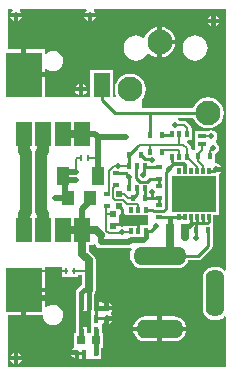
<source format=gtl>
%FSLAX25Y25*%
%MOIN*%
G70*
G01*
G75*
G04 Layer_Physical_Order=1*
G04 Layer_Color=255*
%ADD10R,0.05500X0.08000*%
%ADD11R,0.12000X0.15000*%
%ADD12R,0.01500X0.02000*%
%ADD13R,0.02000X0.01500*%
%ADD14R,0.01575X0.01969*%
%ADD15R,0.02500X0.03000*%
%ADD16R,0.02000X0.02000*%
%ADD17R,0.00984X0.01969*%
%ADD18R,0.04331X0.04724*%
%ADD19R,0.03937X0.06299*%
%ADD20R,0.01575X0.01850*%
%ADD21R,0.06693X0.03740*%
%ADD22R,0.01575X0.01850*%
%ADD23R,0.01181X0.02598*%
%ADD24R,0.01575X0.01929*%
%ADD25R,0.01181X0.01929*%
%ADD26R,0.14961X0.12047*%
%ADD27R,0.02756X0.01575*%
%ADD28C,0.02000*%
%ADD29C,0.02500*%
%ADD30C,0.01000*%
%ADD31C,0.01500*%
%ADD32C,0.00800*%
%ADD33C,0.04000*%
%ADD34C,0.00700*%
%ADD35C,0.00500*%
%ADD36C,0.00600*%
%ADD37C,0.01200*%
%ADD38R,0.01969X0.00787*%
%ADD39R,0.04134X0.05512*%
%ADD40C,0.08268*%
%ADD41O,0.17716X0.06299*%
%ADD42O,0.06299X0.15748*%
%ADD43O,0.15748X0.06299*%
%ADD44C,0.02000*%
%ADD45C,0.05000*%
G36*
X75300Y34899D02*
X74732Y34706D01*
X74664Y34795D01*
X73797Y35460D01*
X72787Y35878D01*
X71704Y36021D01*
X70621Y35878D01*
X69611Y35460D01*
X68744Y34795D01*
X68079Y33928D01*
X67661Y32919D01*
X67519Y31835D01*
Y22387D01*
X67661Y21303D01*
X68079Y20294D01*
X68744Y19427D01*
X69611Y18762D01*
X70621Y18344D01*
X71704Y18201D01*
X72787Y18344D01*
X73797Y18762D01*
X74664Y19427D01*
X74732Y19516D01*
X75300Y19323D01*
Y2600D01*
X2600D01*
Y19800D01*
X7050D01*
Y28300D01*
X7800D01*
Y29050D01*
X14800D01*
Y35800D01*
X20528D01*
Y32616D01*
X26072D01*
Y33173D01*
X27206D01*
Y29866D01*
X27117Y29849D01*
X26538Y29462D01*
X26538Y29462D01*
X25679Y28603D01*
X25293Y28024D01*
X25157Y27341D01*
Y24125D01*
X25153D01*
Y20275D01*
X25440D01*
Y16938D01*
X25153D01*
Y14007D01*
X24750D01*
Y9237D01*
X24158Y8842D01*
X23716Y8180D01*
X23710Y8150D01*
X25600D01*
Y7400D01*
X26350D01*
Y5407D01*
X27250D01*
Y7407D01*
X28750D01*
Y5407D01*
X29750D01*
Y5407D01*
X29750D01*
X29750Y5407D01*
X30250D01*
Y5407D01*
X33750D01*
Y7235D01*
X33784Y7407D01*
Y9008D01*
X34250D01*
Y14007D01*
X33847D01*
Y16863D01*
X34376Y17146D01*
X34720Y16916D01*
X34750Y16910D01*
Y18800D01*
X35500D01*
Y19550D01*
X37390D01*
X37384Y19580D01*
X36942Y20242D01*
Y20758D01*
X37384Y21420D01*
X37390Y21450D01*
X35500D01*
Y22200D01*
X34750D01*
Y24090D01*
X34720Y24084D01*
X34447Y23901D01*
X33871Y24070D01*
X33847Y24125D01*
Y24125D01*
X32809D01*
Y22200D01*
X31309D01*
Y24125D01*
X31284D01*
Y26820D01*
X31620Y27322D01*
X31794Y28200D01*
Y38200D01*
X31620Y39078D01*
X31122Y39822D01*
X29594Y41350D01*
Y43200D01*
X31050D01*
Y43333D01*
X31624Y43508D01*
X32058Y42858D01*
X32720Y42416D01*
X33500Y42261D01*
X43050D01*
X43594Y42369D01*
X43911Y41859D01*
X43867Y41802D01*
X43448Y40793D01*
X43306Y39709D01*
X43448Y38626D01*
X43867Y37617D01*
X44532Y36750D01*
X45399Y36085D01*
X46408Y35667D01*
X47491Y35524D01*
X58909D01*
X59992Y35667D01*
X61001Y36085D01*
X61868Y36750D01*
X62533Y37617D01*
X62763Y38171D01*
X66000D01*
X66585Y38287D01*
X67081Y38619D01*
X67081Y38618D01*
X67081Y38619D01*
X70381Y41919D01*
X70713Y42415D01*
X70732Y42512D01*
X70829Y43000D01*
Y46200D01*
X71050D01*
Y50200D01*
X71050D01*
Y50457D01*
X71112Y50519D01*
X71112D01*
Y53176D01*
X73080D01*
Y66883D01*
X73342Y67058D01*
X73784Y67720D01*
X73790Y67750D01*
X71900D01*
Y69250D01*
X73790D01*
X73784Y69280D01*
X73342Y69942D01*
X72680Y70384D01*
X71900Y70539D01*
D01*
X71856Y70569D01*
X71750Y71100D01*
X71750Y71100D01*
X71750Y71100D01*
Y73710D01*
X71780Y73716D01*
X72442Y74158D01*
X72884Y74820D01*
X73039Y75600D01*
X72884Y76380D01*
X72442Y77042D01*
X71830Y77451D01*
Y78051D01*
X71842Y78058D01*
X72284Y78720D01*
X72439Y79500D01*
X72284Y80280D01*
X71842Y80942D01*
X71180Y81384D01*
X70400Y81539D01*
X69620Y81384D01*
X69592Y81365D01*
X64922D01*
Y77790D01*
Y75100D01*
X64250D01*
Y75100D01*
X64111D01*
X63687Y75524D01*
Y75541D01*
Y75541D01*
X63578Y76087D01*
X63268Y76550D01*
X63268Y76550D01*
X62117Y77702D01*
X62138Y77753D01*
X62475Y78256D01*
X64047D01*
Y82224D01*
X63752D01*
X63635Y82341D01*
Y82341D01*
X63635D01*
D01*
D01*
D01*
X63531Y82868D01*
X63232Y83314D01*
X62173Y84373D01*
X61727Y84672D01*
X61200Y84776D01*
X59686D01*
X59642Y84842D01*
X59114Y85195D01*
X59288Y85769D01*
X64418D01*
X64857Y84709D01*
X65680Y83637D01*
X66753Y82814D01*
X68002Y82297D01*
X69342Y82120D01*
X70682Y82297D01*
X71931Y82814D01*
X73003Y83637D01*
X73826Y84709D01*
X74343Y85958D01*
X74520Y87298D01*
X74343Y88639D01*
X73826Y89887D01*
X73003Y90960D01*
X71931Y91783D01*
X70682Y92300D01*
X69342Y92477D01*
X68002Y92300D01*
X66753Y91783D01*
X65680Y90960D01*
X64857Y89887D01*
X64418Y88828D01*
X47300D01*
Y91877D01*
X47842Y92583D01*
X48359Y93832D01*
X48536Y95172D01*
X48359Y96513D01*
X47842Y97761D01*
X47019Y98834D01*
X45947Y99657D01*
X44698Y100174D01*
X43358Y100351D01*
X42017Y100174D01*
X40768Y99657D01*
X39696Y98834D01*
X38873Y97761D01*
X38356Y96513D01*
X38179Y95172D01*
X38356Y93832D01*
X38660Y93099D01*
X38326Y92600D01*
X37550D01*
Y101700D01*
X30050D01*
Y92600D01*
X14800D01*
Y99350D01*
X7800D01*
Y100100D01*
X7050D01*
Y108600D01*
X2600D01*
Y122100D01*
X3959D01*
X4133Y121526D01*
X3858Y121342D01*
X3416Y120680D01*
X3410Y120650D01*
X7190D01*
X7184Y120680D01*
X6742Y121342D01*
X6467Y121526D01*
X6641Y122100D01*
X28659D01*
X28833Y121526D01*
X28558Y121342D01*
X28116Y120680D01*
X28110Y120650D01*
X31890D01*
X31884Y120680D01*
X31442Y121342D01*
X31167Y121526D01*
X31341Y122100D01*
X75300D01*
Y34899D01*
D02*
G37*
%LPC*%
G36*
X14800Y27550D02*
X8550D01*
Y19800D01*
X14357D01*
X14441Y19162D01*
X14780Y18344D01*
X15319Y17641D01*
X16021Y17102D01*
X16839Y16764D01*
X17717Y16648D01*
X18594Y16764D01*
X19412Y17102D01*
X20114Y17641D01*
X20653Y18344D01*
X20992Y19162D01*
X21108Y20039D01*
X20992Y20917D01*
X20653Y21735D01*
X20114Y22437D01*
X19412Y22976D01*
X18594Y23315D01*
X17717Y23431D01*
X16839Y23315D01*
X16021Y22976D01*
X15338Y22452D01*
X14800Y22718D01*
Y27550D01*
D02*
G37*
G36*
X57924Y19485D02*
X53950D01*
Y16050D01*
X62011D01*
X61967Y16383D01*
X61549Y17393D01*
X60884Y18259D01*
X60017Y18925D01*
X59008Y19343D01*
X57924Y19485D01*
D02*
G37*
G36*
X52450D02*
X48476D01*
X47392Y19343D01*
X46383Y18925D01*
X45516Y18259D01*
X44851Y17393D01*
X44433Y16383D01*
X44389Y16050D01*
X52450D01*
Y19485D01*
D02*
G37*
G36*
X37390Y18050D02*
X36250D01*
Y16910D01*
X36280Y16916D01*
X36942Y17358D01*
X37384Y18020D01*
X37390Y18050D01*
D02*
G37*
G36*
X28890Y94450D02*
X27750D01*
Y93310D01*
X27780Y93316D01*
X28442Y93758D01*
X28884Y94420D01*
X28890Y94450D01*
D02*
G37*
G36*
X26250D02*
X25110D01*
X25116Y94420D01*
X25558Y93758D01*
X26220Y93316D01*
X26250Y93310D01*
Y94450D01*
D02*
G37*
G36*
X36250Y24090D02*
Y22950D01*
X37390D01*
X37384Y22980D01*
X36942Y23642D01*
X36280Y24084D01*
X36250Y24090D01*
D02*
G37*
G36*
X24850Y6650D02*
X23710D01*
X23716Y6620D01*
X24158Y5958D01*
X24820Y5516D01*
X24850Y5510D01*
Y6650D01*
D02*
G37*
G36*
X7190Y4850D02*
X6050D01*
Y3710D01*
X6080Y3716D01*
X6742Y4158D01*
X7184Y4820D01*
X7190Y4850D01*
D02*
G37*
G36*
X4550D02*
X3410D01*
X3416Y4820D01*
X3858Y4158D01*
X4520Y3716D01*
X4550Y3710D01*
Y4850D01*
D02*
G37*
G36*
Y7490D02*
X4520Y7484D01*
X3858Y7042D01*
X3416Y6380D01*
X3410Y6350D01*
X4550D01*
Y7490D01*
D02*
G37*
G36*
X62011Y14550D02*
X53950D01*
Y11115D01*
X57924D01*
X59008Y11257D01*
X60017Y11675D01*
X60884Y12341D01*
X61549Y13207D01*
X61967Y14217D01*
X62011Y14550D01*
D02*
G37*
G36*
X52450D02*
X44389D01*
X44433Y14217D01*
X44851Y13207D01*
X45516Y12341D01*
X46383Y11675D01*
X47392Y11257D01*
X48476Y11115D01*
X52450D01*
Y14550D01*
D02*
G37*
G36*
X6050Y7490D02*
Y6350D01*
X7190D01*
X7184Y6380D01*
X6742Y7042D01*
X6080Y7484D01*
X6050Y7490D01*
D02*
G37*
G36*
X26250Y97090D02*
X26220Y97084D01*
X25558Y96642D01*
X25116Y95980D01*
X25110Y95950D01*
X26250D01*
Y97090D01*
D02*
G37*
G36*
X7190Y119150D02*
X6050D01*
Y118010D01*
X6080Y118016D01*
X6742Y118458D01*
X7184Y119120D01*
X7190Y119150D01*
D02*
G37*
G36*
X4550D02*
X3410D01*
X3416Y119120D01*
X3858Y118458D01*
X4520Y118016D01*
X4550Y118010D01*
Y119150D01*
D02*
G37*
G36*
X72990Y117250D02*
X71850D01*
Y116110D01*
X71880Y116116D01*
X72542Y116558D01*
X72984Y117220D01*
X72990Y117250D01*
D02*
G37*
G36*
X29250Y119150D02*
X28110D01*
X28116Y119120D01*
X28558Y118458D01*
X29220Y118016D01*
X29250Y118010D01*
Y119150D01*
D02*
G37*
G36*
X71850Y119890D02*
Y118750D01*
X72990D01*
X72984Y118780D01*
X72542Y119442D01*
X71880Y119884D01*
X71850Y119890D01*
D02*
G37*
G36*
X70350D02*
X70320Y119884D01*
X69658Y119442D01*
X69216Y118780D01*
X69210Y118750D01*
X70350D01*
Y119890D01*
D02*
G37*
G36*
X31890Y119150D02*
X30750D01*
Y118010D01*
X30780Y118016D01*
X31442Y118458D01*
X31884Y119120D01*
X31890Y119150D01*
D02*
G37*
G36*
X65011Y113137D02*
X63928Y112995D01*
X62918Y112577D01*
X62051Y111911D01*
X61386Y111045D01*
X60968Y110035D01*
X60826Y108952D01*
X60968Y107869D01*
X61386Y106859D01*
X62051Y105992D01*
X62918Y105327D01*
X63928Y104909D01*
X65011Y104767D01*
X66094Y104909D01*
X67104Y105327D01*
X67971Y105992D01*
X68636Y106859D01*
X69054Y107869D01*
X69196Y108952D01*
X69054Y110035D01*
X68636Y111045D01*
X67971Y111911D01*
X67104Y112577D01*
X66094Y112995D01*
X65011Y113137D01*
D02*
G37*
G36*
X14800Y108600D02*
X8550D01*
Y100850D01*
X14800D01*
Y102007D01*
X15338Y102272D01*
X16021Y101748D01*
X16839Y101409D01*
X17717Y101294D01*
X18594Y101409D01*
X19412Y101748D01*
X20114Y102287D01*
X20653Y102989D01*
X20992Y103807D01*
X21108Y104685D01*
X20992Y105563D01*
X20653Y106381D01*
X20114Y107083D01*
X19412Y107622D01*
X18594Y107961D01*
X17717Y108076D01*
X16839Y107961D01*
X16021Y107622D01*
X15338Y107098D01*
X14800Y107363D01*
Y108600D01*
D02*
G37*
G36*
X27750Y97090D02*
Y95950D01*
X28890D01*
X28884Y95980D01*
X28442Y96642D01*
X27780Y97084D01*
X27750Y97090D01*
D02*
G37*
G36*
X58279Y110170D02*
X53950D01*
Y105841D01*
X54540Y105919D01*
X55789Y106436D01*
X56862Y107259D01*
X57684Y108331D01*
X58202Y109580D01*
X58279Y110170D01*
D02*
G37*
G36*
X70350Y117250D02*
X69210D01*
X69216Y117220D01*
X69658Y116558D01*
X70320Y116116D01*
X70350Y116110D01*
Y117250D01*
D02*
G37*
G36*
X52450Y116000D02*
X51860Y115922D01*
X50611Y115405D01*
X49538Y114582D01*
X48716Y113510D01*
X48298Y112502D01*
X47719Y112346D01*
X47419Y112577D01*
X46409Y112995D01*
X45326Y113137D01*
X44243Y112995D01*
X43233Y112577D01*
X42366Y111911D01*
X41701Y111045D01*
X41283Y110035D01*
X41141Y108952D01*
X41283Y107869D01*
X41701Y106859D01*
X42366Y105992D01*
X43233Y105327D01*
X44243Y104909D01*
X45326Y104767D01*
X46409Y104909D01*
X47419Y105327D01*
X48285Y105992D01*
X48951Y106859D01*
X49029Y107050D01*
X49609Y107205D01*
X50611Y106436D01*
X51860Y105919D01*
X52450Y105841D01*
Y110921D01*
Y116000D01*
D02*
G37*
G36*
X53950D02*
Y111670D01*
X58279D01*
X58202Y112261D01*
X57684Y113510D01*
X56862Y114582D01*
X55789Y115405D01*
X54540Y115922D01*
X53950Y116000D01*
D02*
G37*
%LPD*%
D10*
X20800Y48200D02*
D03*
X27300Y80200D02*
D03*
X7800D02*
D03*
X14300D02*
D03*
X33800Y96700D02*
D03*
X20800Y80200D02*
D03*
X7800Y48200D02*
D03*
X14300D02*
D03*
X27300D02*
D03*
D11*
X7800Y100100D02*
D03*
Y28300D02*
D03*
D12*
X44200Y59000D02*
D03*
X48200D02*
D03*
X66000Y73100D02*
D03*
X70000D02*
D03*
X49800Y79800D02*
D03*
X53800D02*
D03*
Y74200D02*
D03*
X49800D02*
D03*
X47100Y73300D02*
D03*
X43100D02*
D03*
X69300Y48200D02*
D03*
X65300D02*
D03*
X28000Y7407D02*
D03*
X32000D02*
D03*
D13*
X53000Y65300D02*
D03*
Y69300D02*
D03*
Y58800D02*
D03*
Y62800D02*
D03*
Y52500D02*
D03*
Y56500D02*
D03*
X38700Y63200D02*
D03*
Y67200D02*
D03*
X35700Y60300D02*
D03*
Y56300D02*
D03*
D14*
X59700Y80240D02*
D03*
X57141D02*
D03*
X62259D02*
D03*
X57141Y72760D02*
D03*
X59700D02*
D03*
X62259D02*
D03*
X45600Y62160D02*
D03*
X48159D02*
D03*
X43041D02*
D03*
X48159Y69640D02*
D03*
X45600D02*
D03*
X43041D02*
D03*
D15*
X56600Y49000D02*
D03*
X61600D02*
D03*
X32000Y11507D02*
D03*
X27000D02*
D03*
D16*
X39600Y60300D02*
D03*
Y56300D02*
D03*
X37700Y53500D02*
D03*
Y49500D02*
D03*
D17*
X29379Y72200D02*
D03*
X26820D02*
D03*
X24579Y34600D02*
D03*
X22020D02*
D03*
D18*
X29843Y59100D02*
D03*
X22757D02*
D03*
D19*
X20895Y66200D02*
D03*
X32706D02*
D03*
D20*
X48659Y47898D02*
D03*
X46100D02*
D03*
X43541D02*
D03*
X46100Y55102D02*
D03*
X43541D02*
D03*
X48659D02*
D03*
D21*
X46100Y51500D02*
D03*
D22*
X32059Y22200D02*
D03*
X29500D02*
D03*
X32059Y15015D02*
D03*
X29500Y15013D02*
D03*
X26941Y22200D02*
D03*
Y15013D02*
D03*
D23*
X32059Y18608D02*
D03*
D24*
X59679Y52483D02*
D03*
D25*
X61647D02*
D03*
X63616D02*
D03*
X65584D02*
D03*
X67553D02*
D03*
X69521D02*
D03*
Y67877D02*
D03*
X67553D02*
D03*
X65584D02*
D03*
X63616D02*
D03*
X61647D02*
D03*
X59679D02*
D03*
D26*
X64600Y60200D02*
D03*
D27*
X67300Y79578D02*
D03*
Y76822D02*
D03*
D28*
X31600Y80200D02*
X32500Y79300D01*
X41800D01*
X32706Y72200D02*
Y79094D01*
X27300Y80200D02*
X31600D01*
X27300Y48200D02*
Y55400D01*
X33500Y44300D02*
Y46500D01*
Y44300D02*
X43050D01*
X29843Y57943D02*
Y59100D01*
X27300Y55400D02*
X29843Y57943D01*
X18400Y59100D02*
X22757D01*
X12100Y25700D02*
X18300D01*
X21700Y65395D02*
X22295Y64800D01*
X20895Y66200D02*
X21700Y65395D01*
Y60157D02*
Y65395D01*
Y60157D02*
X22757Y59100D01*
X22295Y64800D02*
X25200D01*
X22195Y67500D02*
X25200D01*
X20895Y66200D02*
X22195Y67500D01*
X32706Y66200D02*
Y72200D01*
X41300Y52200D02*
X45400D01*
X40500Y53000D02*
X41300Y52200D01*
X45300Y50700D02*
X46100Y51500D01*
X41000Y50700D02*
X45300D01*
X40500Y50200D02*
X41000Y50700D01*
X40500Y50200D02*
Y53000D01*
X43050Y44300D02*
X43750Y45000D01*
X47600D01*
X44400Y51500D02*
X46100D01*
D29*
X20800Y48200D02*
X27300D01*
Y40400D02*
Y48200D01*
X31800D02*
X33500Y46500D01*
X27300Y48200D02*
X31800D01*
X29500Y28200D02*
Y38200D01*
X27300Y40400D02*
X29500Y38200D01*
X20800Y80200D02*
X27300D01*
X56600Y39709D02*
Y48500D01*
X61600Y46000D02*
Y48400D01*
X53200Y39709D02*
X56600D01*
D30*
X49800Y87298D02*
X69342D01*
X38202D02*
X49800D01*
Y79800D02*
Y87298D01*
X33800Y91700D02*
Y96700D01*
Y91700D02*
X38202Y87298D01*
X50398Y47898D02*
X52100Y49600D01*
X48659Y47898D02*
X50398D01*
X48400Y72000D02*
X50100D01*
X50500Y71600D01*
X48499Y69300D02*
X53000D01*
X48159Y69640D02*
X48499Y69300D01*
X47100Y73300D02*
X48400Y72000D01*
X40500Y53000D02*
Y55400D01*
X39600Y56300D02*
X40500Y55400D01*
X38400Y50200D02*
X40500D01*
X37700Y49500D02*
X38400Y50200D01*
X65300Y45700D02*
Y48200D01*
X43000Y66100D02*
X43041Y66059D01*
X41900Y67200D02*
X43000Y66100D01*
X38700Y67200D02*
X41900D01*
X53200Y39709D02*
X53210Y39700D01*
X66000D01*
X69300Y43000D01*
Y48200D01*
X65216Y50516D02*
X65300Y50432D01*
Y48200D02*
Y50432D01*
X61600Y48400D02*
X61700Y48500D01*
X63616Y50416D02*
Y52483D01*
X71277Y67877D02*
X71900Y68500D01*
X69521Y67877D02*
X71277D01*
X50500Y59000D02*
X52800D01*
X48200D02*
X50500D01*
Y60900D01*
X53000Y62800D02*
Y65300D01*
X49900D02*
X53000D01*
X49000Y64400D02*
X49900Y65300D01*
X46589Y64400D02*
X49000D01*
X45300Y65689D02*
X46589Y64400D01*
X45300Y65689D02*
Y69340D01*
X45600Y69640D01*
X47900Y69381D02*
X48159Y69640D01*
X47900Y67000D02*
Y69381D01*
X47500Y66600D02*
X47900Y67000D01*
X45600Y60400D02*
Y62160D01*
X44200Y59000D02*
X45600Y60400D01*
X48159Y59041D02*
Y62160D01*
Y59041D02*
X48200Y59000D01*
X52800D02*
X53000Y58800D01*
Y56500D02*
Y58800D01*
X56583Y52100D02*
Y52500D01*
X53000D02*
X56583D01*
X48659Y55102D02*
X50698D01*
X51300Y54500D01*
X54447D01*
X55200Y55253D01*
X46100Y47898D02*
Y51500D01*
X43100Y73300D02*
X45600Y75800D01*
X43041Y73241D02*
X43100Y73300D01*
X43041Y69640D02*
Y73241D01*
X53000Y39709D02*
X53200D01*
X59679Y52483D02*
X61647D01*
X56600D02*
X59679D01*
X63616Y50516D02*
X65216D01*
X65584Y50884D01*
Y52483D01*
X65216Y50516D02*
X67216D01*
X67553Y50853D01*
Y52483D01*
X67216Y50516D02*
X69016D01*
X69521Y51021D01*
Y52483D01*
X55200Y55253D02*
Y67700D01*
X56200Y68700D01*
X43041Y62160D02*
Y66059D01*
X56701Y79800D02*
X57141Y80240D01*
X53800Y79800D02*
X56701D01*
X57141Y70959D02*
Y72760D01*
Y70959D02*
X57800Y70300D01*
X32059Y18608D02*
Y22200D01*
Y18608D02*
X32252Y18800D01*
X35500D01*
X25607Y7407D02*
X28000D01*
X25600Y7400D02*
X25607Y7407D01*
D31*
X7700Y32200D02*
X7800D01*
X27800Y28200D02*
X29500D01*
X26941Y27341D02*
X27800Y28200D01*
X26941Y22200D02*
Y27341D01*
X29500Y22200D02*
Y28200D01*
X47600Y45000D02*
X48659Y46059D01*
X61700Y48500D02*
X63616Y50416D01*
X56583Y52100D02*
X56600Y52083D01*
Y48500D02*
Y52083D01*
X48659Y46059D02*
Y47898D01*
X32059Y11567D02*
Y15015D01*
X32000Y11507D02*
X32059Y11567D01*
X32000Y7407D02*
Y11507D01*
X27000D02*
Y14954D01*
X26941Y15013D02*
X27000Y14954D01*
X32059Y22200D02*
X35500D01*
D32*
X10200Y34600D02*
X22020D01*
X24579D02*
X29500D01*
X25200Y71700D02*
X25700Y72200D01*
X26820D01*
X25200Y67500D02*
Y71700D01*
X29379Y72200D02*
X32706D01*
X36300Y68106D02*
X37835Y69640D01*
X36300Y60900D02*
Y68106D01*
X45600Y75800D02*
X46500Y76700D01*
X61100D02*
X62259Y75541D01*
Y72760D02*
Y75541D01*
Y72760D02*
X65584Y69435D01*
X59700Y76700D02*
Y80240D01*
Y76700D02*
X61100D01*
X49800Y74200D02*
Y76700D01*
X46500D02*
X49800D01*
X59700D01*
X35700Y60300D02*
X36300Y60900D01*
X37835Y69640D02*
X43041D01*
X70000Y73100D02*
Y74600D01*
X71000Y75600D01*
D33*
X13500Y73900D02*
X14300Y74700D01*
X13500Y54500D02*
Y73900D01*
Y54500D02*
X14300Y53700D01*
X7800Y74700D02*
X8500Y74000D01*
Y54400D02*
Y74000D01*
X7800Y53700D02*
X8500Y54400D01*
X7800Y49200D02*
Y53700D01*
Y74700D02*
Y79200D01*
X14300Y74700D02*
Y79200D01*
Y49200D02*
Y53700D01*
D34*
X40500Y47450D02*
X43093D01*
X37700Y53500D02*
X37800D01*
X43093Y47450D02*
X43541Y47898D01*
X35300Y53500D02*
X37700D01*
X58200Y83400D02*
X61200D01*
X62259Y82341D01*
Y80240D02*
Y82341D01*
X59700Y72760D02*
Y74500D01*
X53800Y74200D02*
X54500Y74900D01*
X59300D01*
X59700Y74500D01*
X35300Y55500D02*
X36100Y56300D01*
X35300Y48100D02*
Y55500D01*
Y48100D02*
X36200Y47200D01*
X40250D01*
X40500Y47450D01*
D35*
X44500Y53100D02*
X46100Y51500D01*
X42200Y53100D02*
X44500D01*
X37650Y58907D02*
X38256Y58300D01*
X40944D01*
X42200Y57043D01*
Y57000D02*
Y57043D01*
X42500Y59000D02*
X44200D01*
X41200Y60300D02*
X42500Y59000D01*
X39600Y60300D02*
X41200D01*
X45600Y57000D02*
X46100Y56500D01*
X42200Y57000D02*
X45600D01*
X46100Y55102D02*
Y56500D01*
X37650Y58907D02*
Y62150D01*
X38700Y63200D01*
D36*
X67553Y67877D02*
Y69653D01*
X65584Y67877D02*
Y69435D01*
X66000Y71206D02*
Y73100D01*
Y71206D02*
X67553Y69653D01*
X67300Y79578D02*
X67378Y79500D01*
X70400D01*
X66000Y73100D02*
Y73500D01*
X67300Y74800D01*
Y76822D01*
D37*
X61647Y67877D02*
Y69953D01*
X56200Y68700D02*
X57800Y70300D01*
X61300D01*
X61647Y69953D01*
D38*
X29871Y72200D02*
D03*
X26329D02*
D03*
X25071Y34600D02*
D03*
X21529Y34600D02*
D03*
D39*
X28220Y18608D02*
D03*
D40*
X69342Y87298D02*
D03*
X43358Y95172D02*
D03*
X53200Y110921D02*
D03*
D41*
Y39709D02*
D03*
D42*
X71704Y27111D02*
D03*
D43*
X53200Y15300D02*
D03*
D44*
X18400Y59100D02*
D03*
X25200Y64800D02*
D03*
Y67500D02*
D03*
X41800Y79300D02*
D03*
X52100Y49600D02*
D03*
X50500Y71600D02*
D03*
X40500Y53000D02*
D03*
Y50200D02*
D03*
Y47450D02*
D03*
X65300Y45700D02*
D03*
X61600Y46000D02*
D03*
X71900Y68500D02*
D03*
X50500Y60900D02*
D03*
X47500Y66600D02*
D03*
X5300Y119900D02*
D03*
X30000D02*
D03*
X5300Y5600D02*
D03*
X27000Y95200D02*
D03*
X71100Y118000D02*
D03*
X56200Y68700D02*
D03*
X43000Y66100D02*
D03*
X71000Y75600D02*
D03*
X70400Y79500D02*
D03*
X58200Y83400D02*
D03*
X35500Y22200D02*
D03*
Y18800D02*
D03*
X25600Y7400D02*
D03*
X39300Y69700D02*
D03*
D45*
X7500Y103600D02*
D03*
Y96100D02*
D03*
Y32200D02*
D03*
Y24700D02*
D03*
M02*

</source>
